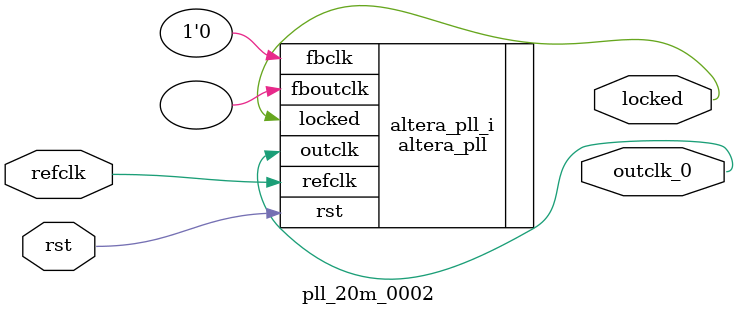
<source format=v>
`timescale 1ns/10ps
module  pll_20m_0002(

	// interface 'refclk'
	input wire refclk,

	// interface 'reset'
	input wire rst,

	// interface 'outclk0'
	output wire outclk_0,

	// interface 'locked'
	output wire locked
);

	altera_pll #(
		.fractional_vco_multiplier("false"),
		.reference_clock_frequency("50.0 MHz"),
		.operation_mode("direct"),
		.number_of_clocks(1),
		.output_clock_frequency0("40.000000 MHz"),
		.phase_shift0("0 ps"),
		.duty_cycle0(50),
		.output_clock_frequency1("0 MHz"),
		.phase_shift1("0 ps"),
		.duty_cycle1(50),
		.output_clock_frequency2("0 MHz"),
		.phase_shift2("0 ps"),
		.duty_cycle2(50),
		.output_clock_frequency3("0 MHz"),
		.phase_shift3("0 ps"),
		.duty_cycle3(50),
		.output_clock_frequency4("0 MHz"),
		.phase_shift4("0 ps"),
		.duty_cycle4(50),
		.output_clock_frequency5("0 MHz"),
		.phase_shift5("0 ps"),
		.duty_cycle5(50),
		.output_clock_frequency6("0 MHz"),
		.phase_shift6("0 ps"),
		.duty_cycle6(50),
		.output_clock_frequency7("0 MHz"),
		.phase_shift7("0 ps"),
		.duty_cycle7(50),
		.output_clock_frequency8("0 MHz"),
		.phase_shift8("0 ps"),
		.duty_cycle8(50),
		.output_clock_frequency9("0 MHz"),
		.phase_shift9("0 ps"),
		.duty_cycle9(50),
		.output_clock_frequency10("0 MHz"),
		.phase_shift10("0 ps"),
		.duty_cycle10(50),
		.output_clock_frequency11("0 MHz"),
		.phase_shift11("0 ps"),
		.duty_cycle11(50),
		.output_clock_frequency12("0 MHz"),
		.phase_shift12("0 ps"),
		.duty_cycle12(50),
		.output_clock_frequency13("0 MHz"),
		.phase_shift13("0 ps"),
		.duty_cycle13(50),
		.output_clock_frequency14("0 MHz"),
		.phase_shift14("0 ps"),
		.duty_cycle14(50),
		.output_clock_frequency15("0 MHz"),
		.phase_shift15("0 ps"),
		.duty_cycle15(50),
		.output_clock_frequency16("0 MHz"),
		.phase_shift16("0 ps"),
		.duty_cycle16(50),
		.output_clock_frequency17("0 MHz"),
		.phase_shift17("0 ps"),
		.duty_cycle17(50),
		.pll_type("General"),
		.pll_subtype("General")
	) altera_pll_i (
		.rst	(rst),
		.outclk	({outclk_0}),
		.locked	(locked),
		.fboutclk	( ),
		.fbclk	(1'b0),
		.refclk	(refclk)
	);
endmodule


</source>
